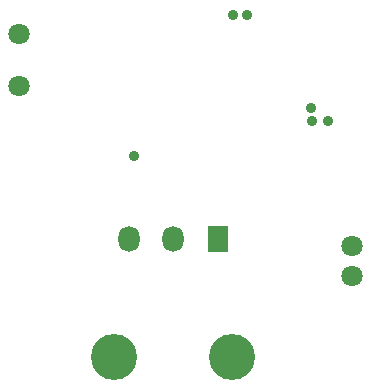
<source format=gbs>
G04*
G04 #@! TF.GenerationSoftware,Altium Limited,Altium Designer,23.6.0 (18)*
G04*
G04 Layer_Color=16711935*
%FSLAX44Y44*%
%MOMM*%
G71*
G04*
G04 #@! TF.SameCoordinates,BDD1234D-291B-4935-850E-A0033F3BDFF5*
G04*
G04*
G04 #@! TF.FilePolarity,Negative*
G04*
G01*
G75*
%ADD26C,1.8032*%
%ADD27C,3.9032*%
%ADD28O,1.8032X2.2032*%
%ADD29R,1.8032X2.2032*%
%ADD30C,0.9032*%
D26*
X328930Y-278130D02*
D03*
Y-252730D02*
D03*
X47460Y-117400D02*
D03*
Y-73400D02*
D03*
D27*
X127800Y-346710D02*
D03*
X227800D02*
D03*
D28*
X140300Y-246710D02*
D03*
X177800D02*
D03*
D29*
X215300D02*
D03*
D30*
X144000Y-177000D02*
D03*
X295000Y-147000D02*
D03*
X308610Y-147320D02*
D03*
X294640Y-135890D02*
D03*
X240030Y-57150D02*
D03*
X228600D02*
D03*
M02*

</source>
